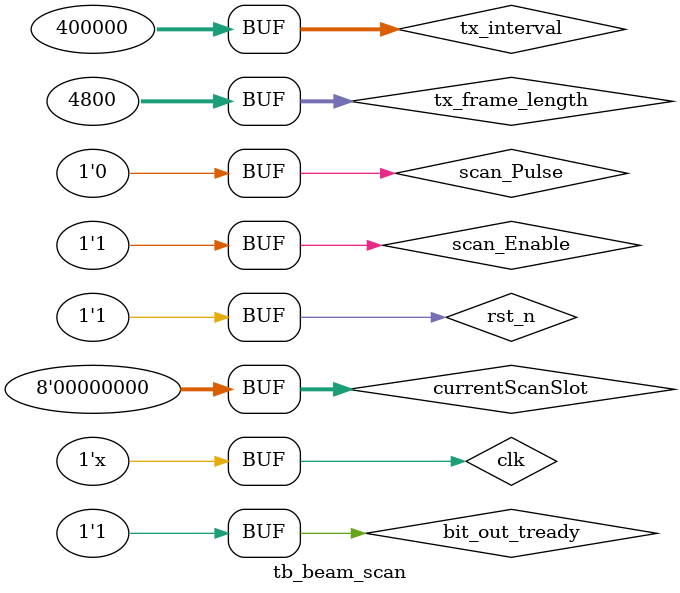
<source format=v>
`timescale 1ns / 1ps


module tb_beam_scan;

    // Parameters
    reg clk;
    reg rst_n;
    reg [31:0] tx_interval;
    reg [31:0] tx_frame_length;
    reg scan_Enable;
    reg scan_Pulse;
    reg [7:0] currentScanSlot;
    wire [15:0] bit_out_tdata;
    wire bit_out_tvalid;
    wire tx_rx_sw;
    reg bit_out_tready;
    wire [1:0] bit_out_tkeep;
    wire [1:0] bit_out_tstrb;
    wire bit_out_tlast;
    wire synNode_valid;
    wire [7:0] synNode;
    wire isScanCompleted;

    // Instantiate the Unit Under Test (UUT)
    beam_scan uut (
        .clk(clk),
        .rst_n(rst_n),
        .tx_interval(tx_interval),
        .tx_frame_length(tx_frame_length),
        .scan_Enable(scan_Enable),
        .scan_Pulse(scan_Pulse),
        .currentScanSlot(currentScanSlot),
        .bit_out_tdata(bit_out_tdata),
        .bit_out_tvalid(bit_out_tvalid),
        .tx_rx_sw(tx_rx_sw),
        .bit_out_tready(bit_out_tready),
        .bit_out_tkeep(bit_out_tkeep),
        .bit_out_tstrb(bit_out_tstrb),
        .bit_out_tlast(bit_out_tlast),
        .synNode_valid(synNode_valid),
        .synNode(synNode),
        .isScanCompleted(isScanCompleted)
    );

    initial begin
        // Initialize inputs
        clk = 0;
        rst_n = 0;
        tx_interval = 32'd400000;
        tx_frame_length = 32'd4800;
        scan_Enable = 0;
        scan_Pulse = 0;
        currentScanSlot = 8'd0;
        bit_out_tready = 0;
        
            
        // Wait for 100 ns
        #400;
        rst_n = 1;
        bit_out_tready = 1;
        scan_Enable = 1;

        // Wait for 100 ns
        #190;
        currentScanSlot = 8'd1;
        scan_Pulse = 1;
        #20;//°ë¸öÊ±ÖÓÖÜÆÚ
        scan_Pulse = 0;
        #10000;
        
        currentScanSlot = 8'd2;
        scan_Pulse = 1;
        #20;
        scan_Pulse = 0;
        #10000;
        
        scan_Pulse = 1;
        currentScanSlot = 8'd3;
        #20;
        scan_Pulse = 0;
        #10000;
        
        scan_Pulse = 1;
        currentScanSlot = 8'd4;
        #20;
        scan_Pulse = 0;
        #8000;
        
        scan_Pulse = 1;
        currentScanSlot = 8'd5;
        #20;
        scan_Pulse = 0;
        

//        // Wait for 100 ns
//        #2000;
//        scan_Pulse = 1;
//        currentScanSlot = 8'd6;
//        #20;
//        scan_Pulse = 0;
        

//        // Wait for 100 ns
//        #2000;
//        scan_Pulse = 1;
//        currentScanSlot = 8'd7;
//        #20;
//        scan_Pulse = 0;
        

//        // Wait for 100 ns
//        #2000;
//        scan_Pulse = 1;
//        currentScanSlot = 8'd8;
//        #20;
//        scan_Pulse = 0;
        

//        // Wait for 100 ns
//        #2000;
//        scan_Pulse = 1;
//        currentScanSlot = 8'd9;
//        #20;
//        scan_Pulse = 0;
        
        
//        // Wait for 100 ns
//        #2000;
//        scan_Pulse = 1;
//        currentScanSlot = 8'd10;
//        #20;
//        scan_Pulse = 0;
        
        
//        // Wait for 100 ns
//        #2000;
//        scan_Pulse = 1;
//        currentScanSlot = 8'd11;
//        #20;
//        scan_Pulse = 0;
        
        
        // Wait for 100 ns
        #8000;
        scan_Pulse = 1;
        currentScanSlot = 8'd64;
        #20;
        scan_Pulse = 0;
        
        #8000;
        scan_Pulse = 1;
        currentScanSlot = 8'd0;
        #20;
        scan_Pulse = 0;
        
        
        // Wait for 100 ns      
        #400;
    end
    

    always #10 clk = ~clk;

endmodule



</source>
